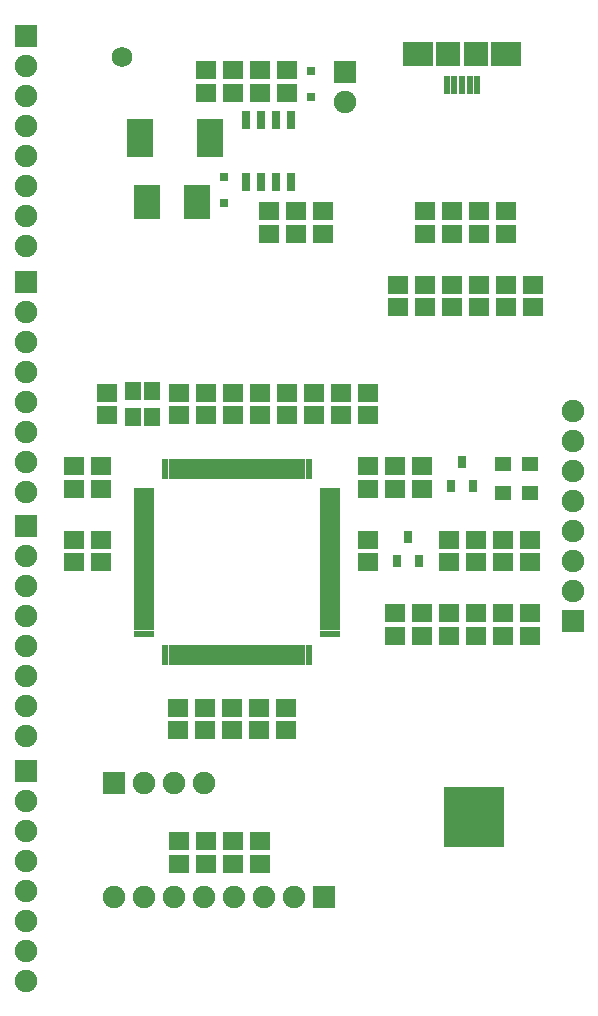
<source format=gts>
G04*
G04 #@! TF.GenerationSoftware,Altium Limited,Altium Designer,19.0.14 (431)*
G04*
G04 Layer_Color=8388736*
%FSLAX25Y25*%
%MOIN*%
G70*
G01*
G75*
%ADD16R,0.09855X0.08280*%
%ADD17R,0.07887X0.08280*%
%ADD18R,0.02375X0.06115*%
%ADD19R,0.06706X0.02375*%
%ADD20R,0.01902X0.06706*%
%ADD21R,0.02375X0.06706*%
%ADD22R,0.06706X0.01902*%
%ADD23R,0.05328X0.06312*%
%ADD24R,0.03162X0.05918*%
%ADD25R,0.06706X0.05918*%
%ADD26R,0.03162X0.03162*%
%ADD27R,0.03162X0.03950*%
%ADD28R,0.08674X0.11824*%
%ADD29R,0.05721X0.05131*%
%ADD30R,0.08674X0.12611*%
%ADD31R,0.20485X0.20485*%
%ADD32C,0.06800*%
%ADD33R,0.07532X0.07532*%
%ADD34C,0.07532*%
%ADD35R,0.07532X0.07532*%
D16*
X142709Y319500D02*
D03*
X172236D02*
D03*
D17*
X152945D02*
D03*
X162000D02*
D03*
D18*
X162591Y308968D02*
D03*
X160031D02*
D03*
X157472D02*
D03*
X154913D02*
D03*
X152354D02*
D03*
D19*
X113602Y173858D02*
D03*
X51398D02*
D03*
Y126142D02*
D03*
X113602D02*
D03*
D20*
X104154Y181102D02*
D03*
X102185D02*
D03*
X96280D02*
D03*
X100216D02*
D03*
X98248D02*
D03*
X90374D02*
D03*
X94311D02*
D03*
X92343D02*
D03*
X84469D02*
D03*
X88406D02*
D03*
X86437D02*
D03*
X78563D02*
D03*
X82500D02*
D03*
X80532D02*
D03*
X62815D02*
D03*
X64784D02*
D03*
X60847D02*
D03*
X68721D02*
D03*
X70689D02*
D03*
X66752D02*
D03*
X72658D02*
D03*
X76595D02*
D03*
X74626D02*
D03*
Y118898D02*
D03*
X76595D02*
D03*
X72658D02*
D03*
X66752D02*
D03*
X70689D02*
D03*
X68721D02*
D03*
X60847D02*
D03*
X64784D02*
D03*
X62815D02*
D03*
X80532D02*
D03*
X82500D02*
D03*
X78563D02*
D03*
X86437D02*
D03*
X88406D02*
D03*
X84469D02*
D03*
X92343D02*
D03*
X94311D02*
D03*
X90374D02*
D03*
X98248D02*
D03*
X100216D02*
D03*
X96280D02*
D03*
X102185D02*
D03*
X104154D02*
D03*
D21*
X58642Y181102D02*
D03*
X106358D02*
D03*
Y118898D02*
D03*
X58642D02*
D03*
D22*
X51398Y142126D02*
D03*
Y144095D02*
D03*
Y140157D02*
D03*
Y134252D02*
D03*
Y138189D02*
D03*
Y136221D02*
D03*
Y128347D02*
D03*
Y132283D02*
D03*
Y130315D02*
D03*
Y148031D02*
D03*
Y150000D02*
D03*
Y146063D02*
D03*
Y153937D02*
D03*
Y155905D02*
D03*
Y151969D02*
D03*
Y159843D02*
D03*
Y161811D02*
D03*
Y157874D02*
D03*
Y165748D02*
D03*
Y167717D02*
D03*
Y163779D02*
D03*
Y169685D02*
D03*
Y171653D02*
D03*
X113602Y142126D02*
D03*
Y144095D02*
D03*
Y140157D02*
D03*
Y134252D02*
D03*
Y138189D02*
D03*
Y136221D02*
D03*
Y128347D02*
D03*
Y132283D02*
D03*
Y130315D02*
D03*
Y148031D02*
D03*
Y150000D02*
D03*
Y146063D02*
D03*
Y153937D02*
D03*
Y155905D02*
D03*
Y151969D02*
D03*
Y159843D02*
D03*
Y161811D02*
D03*
Y157874D02*
D03*
Y165748D02*
D03*
Y167717D02*
D03*
Y163779D02*
D03*
Y169685D02*
D03*
Y171653D02*
D03*
D23*
X47701Y198480D02*
D03*
Y207142D02*
D03*
X54000D02*
D03*
Y198480D02*
D03*
D24*
X85500Y297433D02*
D03*
X90500D02*
D03*
X95500D02*
D03*
X100500D02*
D03*
Y276567D02*
D03*
X95500D02*
D03*
X90500D02*
D03*
X85500D02*
D03*
D25*
X153000Y125520D02*
D03*
Y133000D02*
D03*
X180000Y125520D02*
D03*
Y133000D02*
D03*
X171000Y125520D02*
D03*
Y133000D02*
D03*
X63000Y206461D02*
D03*
Y198980D02*
D03*
X39000D02*
D03*
Y206461D02*
D03*
X99000Y198980D02*
D03*
Y206461D02*
D03*
X90000Y198980D02*
D03*
Y206461D02*
D03*
X81000Y198980D02*
D03*
Y206461D02*
D03*
X72000Y198980D02*
D03*
Y206461D02*
D03*
X108000Y198980D02*
D03*
Y206461D02*
D03*
X117000Y198980D02*
D03*
Y206461D02*
D03*
X135000Y125500D02*
D03*
Y132980D02*
D03*
X144000Y125500D02*
D03*
Y132980D02*
D03*
X37000Y149980D02*
D03*
Y157461D02*
D03*
X28000Y149980D02*
D03*
Y157461D02*
D03*
X126000Y157500D02*
D03*
Y150020D02*
D03*
Y174500D02*
D03*
Y181980D02*
D03*
X98968Y101480D02*
D03*
Y94000D02*
D03*
X89969Y101480D02*
D03*
Y94000D02*
D03*
X71969Y101480D02*
D03*
Y94000D02*
D03*
X80968Y101480D02*
D03*
Y94000D02*
D03*
X37000Y181980D02*
D03*
Y174500D02*
D03*
X28000Y182000D02*
D03*
Y174520D02*
D03*
X63000Y49520D02*
D03*
Y57000D02*
D03*
X181000Y242480D02*
D03*
Y235000D02*
D03*
X145000Y242480D02*
D03*
Y235000D02*
D03*
X136000Y242480D02*
D03*
Y235000D02*
D03*
X163000Y242480D02*
D03*
Y235000D02*
D03*
X145000Y259500D02*
D03*
Y266980D02*
D03*
X172000Y259500D02*
D03*
Y266980D02*
D03*
X102000Y267000D02*
D03*
Y259520D02*
D03*
X111000D02*
D03*
Y267000D02*
D03*
X99000Y306500D02*
D03*
Y313980D02*
D03*
X90000Y306500D02*
D03*
Y313980D02*
D03*
X162000Y125520D02*
D03*
Y133000D02*
D03*
X62968Y101480D02*
D03*
Y94000D02*
D03*
X72000Y57000D02*
D03*
Y49520D02*
D03*
X90000Y57000D02*
D03*
Y49520D02*
D03*
X126000Y199000D02*
D03*
Y206480D02*
D03*
X81000Y57000D02*
D03*
Y49520D02*
D03*
X180000Y150000D02*
D03*
Y157480D02*
D03*
X171000Y150000D02*
D03*
Y157480D02*
D03*
X172000Y235000D02*
D03*
Y242480D02*
D03*
X153000Y150000D02*
D03*
Y157480D02*
D03*
X154000Y242480D02*
D03*
Y235000D02*
D03*
X162000Y157480D02*
D03*
Y150000D02*
D03*
X154000Y266980D02*
D03*
Y259500D02*
D03*
X144000Y181980D02*
D03*
Y174500D02*
D03*
X163000Y266980D02*
D03*
Y259500D02*
D03*
X135000Y181980D02*
D03*
Y174500D02*
D03*
X93000Y267000D02*
D03*
Y259520D02*
D03*
X81000Y306500D02*
D03*
Y313980D02*
D03*
X72000D02*
D03*
Y306500D02*
D03*
D26*
X78000Y269839D02*
D03*
Y278500D02*
D03*
X107000Y305169D02*
D03*
Y313831D02*
D03*
D27*
X153760Y175504D02*
D03*
X161240D02*
D03*
X157500Y183457D02*
D03*
X135760Y150504D02*
D03*
X143240D02*
D03*
X139500Y158457D02*
D03*
D28*
X52465Y270000D02*
D03*
X69000D02*
D03*
D29*
X180000Y172980D02*
D03*
Y182823D02*
D03*
X171000Y172980D02*
D03*
Y182823D02*
D03*
D30*
X50020Y291500D02*
D03*
X73642D02*
D03*
D31*
X161437Y65059D02*
D03*
D32*
X44000Y318500D02*
D03*
D33*
X118500Y313500D02*
D03*
X12000Y325500D02*
D03*
Y162000D02*
D03*
Y80532D02*
D03*
Y243500D02*
D03*
X194500Y130500D02*
D03*
D34*
X118500Y303500D02*
D03*
X51500Y76500D02*
D03*
X61500D02*
D03*
X71500D02*
D03*
X12000Y255500D02*
D03*
Y265500D02*
D03*
Y275500D02*
D03*
Y285500D02*
D03*
Y315500D02*
D03*
Y305500D02*
D03*
Y295500D02*
D03*
Y92000D02*
D03*
Y102000D02*
D03*
Y112000D02*
D03*
Y122000D02*
D03*
Y152000D02*
D03*
Y142000D02*
D03*
Y132000D02*
D03*
Y10531D02*
D03*
Y20531D02*
D03*
Y30531D02*
D03*
Y40532D02*
D03*
Y70531D02*
D03*
Y60532D02*
D03*
Y50532D02*
D03*
Y173500D02*
D03*
Y183500D02*
D03*
Y193500D02*
D03*
Y203500D02*
D03*
Y233500D02*
D03*
Y223500D02*
D03*
Y213500D02*
D03*
X194500Y160500D02*
D03*
Y150500D02*
D03*
Y140500D02*
D03*
Y170500D02*
D03*
Y180500D02*
D03*
Y190500D02*
D03*
Y200500D02*
D03*
X41500Y38500D02*
D03*
X51500D02*
D03*
X61500D02*
D03*
X71500D02*
D03*
X101500D02*
D03*
X91500D02*
D03*
X81500D02*
D03*
D35*
X41500Y76500D02*
D03*
X111500Y38500D02*
D03*
M02*

</source>
